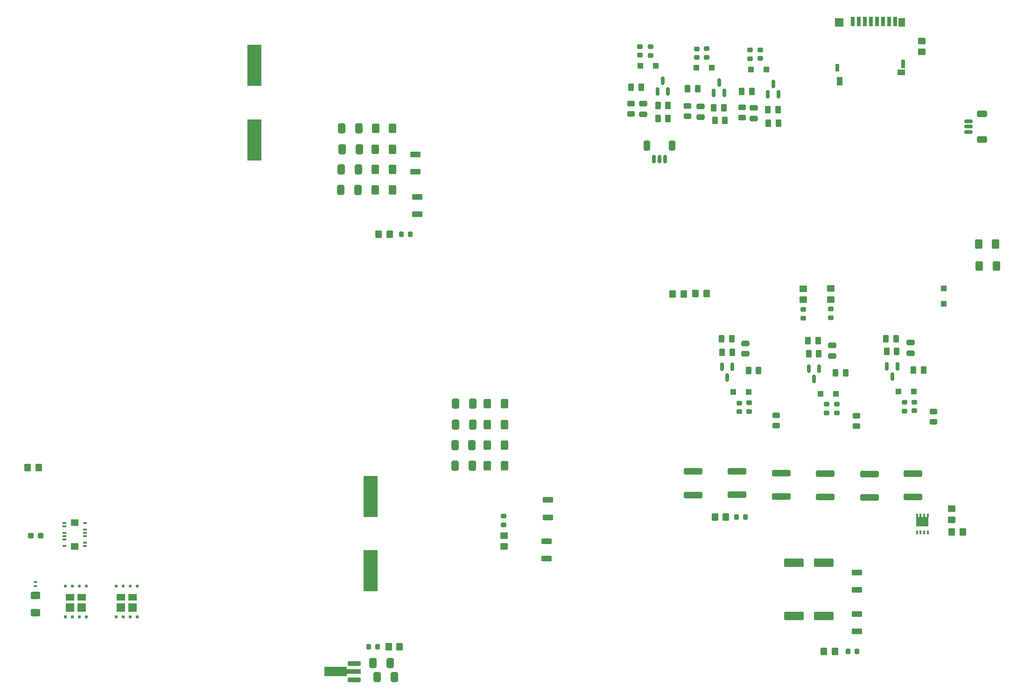
<source format=gbr>
%TF.GenerationSoftware,KiCad,Pcbnew,8.0.8-8.0.8-0~ubuntu22.04.1*%
%TF.CreationDate,2025-01-31T14:52:16-08:00*%
%TF.ProjectId,Backplane_Board,4261636b-706c-4616-9e65-5f426f617264,1*%
%TF.SameCoordinates,Original*%
%TF.FileFunction,Paste,Top*%
%TF.FilePolarity,Positive*%
%FSLAX46Y46*%
G04 Gerber Fmt 4.6, Leading zero omitted, Abs format (unit mm)*
G04 Created by KiCad (PCBNEW 8.0.8-8.0.8-0~ubuntu22.04.1) date 2025-01-31 14:52:16*
%MOMM*%
%LPD*%
G01*
G04 APERTURE LIST*
G04 Aperture macros list*
%AMRoundRect*
0 Rectangle with rounded corners*
0 $1 Rounding radius*
0 $2 $3 $4 $5 $6 $7 $8 $9 X,Y pos of 4 corners*
0 Add a 4 corners polygon primitive as box body*
4,1,4,$2,$3,$4,$5,$6,$7,$8,$9,$2,$3,0*
0 Add four circle primitives for the rounded corners*
1,1,$1+$1,$2,$3*
1,1,$1+$1,$4,$5*
1,1,$1+$1,$6,$7*
1,1,$1+$1,$8,$9*
0 Add four rect primitives between the rounded corners*
20,1,$1+$1,$2,$3,$4,$5,0*
20,1,$1+$1,$4,$5,$6,$7,0*
20,1,$1+$1,$6,$7,$8,$9,0*
20,1,$1+$1,$8,$9,$2,$3,0*%
%AMFreePoly0*
4,1,9,5.362500,-0.866500,1.237500,-0.866500,1.237500,-0.450000,-1.237500,-0.450000,-1.237500,0.450000,1.237500,0.450000,1.237500,0.866500,5.362500,0.866500,5.362500,-0.866500,5.362500,-0.866500,$1*%
G04 Aperture macros list end*
%ADD10RoundRect,0.250000X0.300000X0.300000X-0.300000X0.300000X-0.300000X-0.300000X0.300000X-0.300000X0*%
%ADD11RoundRect,0.250000X-0.350000X-0.450000X0.350000X-0.450000X0.350000X0.450000X-0.350000X0.450000X0*%
%ADD12RoundRect,0.218750X-0.256250X0.218750X-0.256250X-0.218750X0.256250X-0.218750X0.256250X0.218750X0*%
%ADD13R,1.570000X1.235000*%
%ADD14R,1.570000X1.585000*%
%ADD15R,0.490000X0.490000*%
%ADD16RoundRect,0.122500X-0.122500X0.122500X-0.122500X-0.122500X0.122500X-0.122500X0.122500X0.122500X0*%
%ADD17RoundRect,0.250000X0.350000X0.450000X-0.350000X0.450000X-0.350000X-0.450000X0.350000X-0.450000X0*%
%ADD18RoundRect,0.250000X-0.450000X0.350000X-0.450000X-0.350000X0.450000X-0.350000X0.450000X0.350000X0*%
%ADD19RoundRect,0.250000X-0.262500X-0.450000X0.262500X-0.450000X0.262500X0.450000X-0.262500X0.450000X0*%
%ADD20RoundRect,0.050000X-0.250000X0.100000X-0.250000X-0.100000X0.250000X-0.100000X0.250000X0.100000X0*%
%ADD21RoundRect,0.150000X0.150000X-0.587500X0.150000X0.587500X-0.150000X0.587500X-0.150000X-0.587500X0*%
%ADD22RoundRect,0.250000X0.475000X-0.250000X0.475000X0.250000X-0.475000X0.250000X-0.475000X-0.250000X0*%
%ADD23RoundRect,0.243750X-0.456250X0.243750X-0.456250X-0.243750X0.456250X-0.243750X0.456250X0.243750X0*%
%ADD24RoundRect,0.250000X-0.700000X0.275000X-0.700000X-0.275000X0.700000X-0.275000X0.700000X0.275000X0*%
%ADD25RoundRect,0.250000X1.450000X-0.312500X1.450000X0.312500X-1.450000X0.312500X-1.450000X-0.312500X0*%
%ADD26RoundRect,0.250000X-0.475000X0.250000X-0.475000X-0.250000X0.475000X-0.250000X0.475000X0.250000X0*%
%ADD27R,2.500000X7.500000*%
%ADD28RoundRect,0.150000X-0.150000X0.587500X-0.150000X-0.587500X0.150000X-0.587500X0.150000X0.587500X0*%
%ADD29RoundRect,0.218750X0.256250X-0.218750X0.256250X0.218750X-0.256250X0.218750X-0.256250X-0.218750X0*%
%ADD30RoundRect,0.250000X1.500000X0.550000X-1.500000X0.550000X-1.500000X-0.550000X1.500000X-0.550000X0*%
%ADD31RoundRect,0.250000X0.262500X0.450000X-0.262500X0.450000X-0.262500X-0.450000X0.262500X-0.450000X0*%
%ADD32RoundRect,0.250000X0.400000X0.625000X-0.400000X0.625000X-0.400000X-0.625000X0.400000X-0.625000X0*%
%ADD33RoundRect,0.218750X-0.218750X-0.256250X0.218750X-0.256250X0.218750X0.256250X-0.218750X0.256250X0*%
%ADD34RoundRect,0.250000X-0.412500X-0.650000X0.412500X-0.650000X0.412500X0.650000X-0.412500X0.650000X0*%
%ADD35RoundRect,0.218750X0.218750X0.256250X-0.218750X0.256250X-0.218750X-0.256250X0.218750X-0.256250X0*%
%ADD36RoundRect,0.225000X0.925000X0.225000X-0.925000X0.225000X-0.925000X-0.225000X0.925000X-0.225000X0*%
%ADD37FreePoly0,180.000000*%
%ADD38R,2.235000X1.725000*%
%ADD39R,0.355600X0.762000*%
%ADD40RoundRect,0.250000X0.450000X-0.350000X0.450000X0.350000X-0.450000X0.350000X-0.450000X-0.350000X0*%
%ADD41RoundRect,0.250000X-0.300000X0.300000X-0.300000X-0.300000X0.300000X-0.300000X0.300000X0.300000X0*%
%ADD42RoundRect,0.250000X0.700000X-0.275000X0.700000X0.275000X-0.700000X0.275000X-0.700000X-0.275000X0*%
%ADD43RoundRect,0.150000X-0.150000X-0.625000X0.150000X-0.625000X0.150000X0.625000X-0.150000X0.625000X0*%
%ADD44RoundRect,0.250000X-0.350000X-0.650000X0.350000X-0.650000X0.350000X0.650000X-0.350000X0.650000X0*%
%ADD45RoundRect,0.250000X-0.625000X0.400000X-0.625000X-0.400000X0.625000X-0.400000X0.625000X0.400000X0*%
%ADD46R,0.700000X1.750000*%
%ADD47R,1.450000X1.000000*%
%ADD48R,1.000000X1.550000*%
%ADD49R,0.800000X1.500000*%
%ADD50R,1.300000X1.500000*%
%ADD51R,1.500000X1.500000*%
%ADD52R,0.800000X1.400000*%
%ADD53RoundRect,0.150000X-0.625000X0.150000X-0.625000X-0.150000X0.625000X-0.150000X0.625000X0.150000X0*%
%ADD54RoundRect,0.250000X-0.650000X0.350000X-0.650000X-0.350000X0.650000X-0.350000X0.650000X0.350000X0*%
%ADD55RoundRect,0.250000X-0.300000X-0.300000X0.300000X-0.300000X0.300000X0.300000X-0.300000X0.300000X0*%
%ADD56RoundRect,0.237500X0.300000X0.237500X-0.300000X0.237500X-0.300000X-0.237500X0.300000X-0.237500X0*%
%ADD57R,0.711200X0.304800*%
%ADD58R,1.397000X1.193800*%
G04 APERTURE END LIST*
D10*
%TO.C,D24*%
X193625037Y-93750000D03*
X190825037Y-93750000D03*
%TD*%
D11*
%TO.C,R46*%
X200500000Y-119250000D03*
X202500000Y-119250000D03*
%TD*%
D12*
%TO.C,D19*%
X145841250Y-31193825D03*
X145841250Y-32768825D03*
%TD*%
D13*
%TO.C,Q1*%
X51905000Y-131052500D03*
X49715000Y-131052500D03*
D14*
X51905000Y-132962500D03*
X49715000Y-132962500D03*
D15*
X52715000Y-134650000D03*
X51445000Y-134650000D03*
X50175000Y-134650000D03*
X48905000Y-134650000D03*
D16*
X48905000Y-129050000D03*
X52715000Y-129050000D03*
X51445000Y-129050000D03*
X50175000Y-129050000D03*
%TD*%
D17*
%TO.C,R6*%
X98500000Y-65250000D03*
X96500000Y-65250000D03*
%TD*%
D18*
%TO.C,R13*%
X119275000Y-119900000D03*
X119275000Y-121900000D03*
%TD*%
D19*
%TO.C,R43*%
X174387500Y-84550000D03*
X176212500Y-84550000D03*
%TD*%
D20*
%TO.C,D1*%
X34290000Y-128322500D03*
X34290000Y-129022500D03*
%TD*%
D21*
%TO.C,Q4*%
X167127187Y-39824762D03*
X169027187Y-39824762D03*
X168077187Y-37949762D03*
%TD*%
D12*
%TO.C,D11*%
X163927187Y-31799762D03*
X163927187Y-33374762D03*
%TD*%
D22*
%TO.C,C24*%
X163069925Y-86925000D03*
X163069925Y-85025000D03*
%TD*%
D10*
%TO.C,D25*%
X179500000Y-94200000D03*
X176700000Y-94200000D03*
%TD*%
D23*
%TO.C,F9*%
X142291250Y-41493825D03*
X142291250Y-43368825D03*
%TD*%
D21*
%TO.C,Q5*%
X157312500Y-39537500D03*
X159212500Y-39537500D03*
X158262500Y-37662500D03*
%TD*%
D24*
%TO.C,R5*%
X103500000Y-58425000D03*
X103500000Y-61575000D03*
%TD*%
D25*
%TO.C,F5*%
X161500000Y-112462500D03*
X161500000Y-108187500D03*
%TD*%
D26*
%TO.C,C21*%
X164577187Y-42287262D03*
X164577187Y-44187262D03*
%TD*%
D27*
%TO.C,C1*%
X74000000Y-48075000D03*
X74000000Y-34575000D03*
%TD*%
D28*
%TO.C,Q8*%
X190625037Y-89175000D03*
X188725037Y-89175000D03*
X189675037Y-91050000D03*
%TD*%
D29*
%TO.C,D20*%
X163719925Y-97362500D03*
X163719925Y-95787500D03*
%TD*%
D30*
%TO.C,C19*%
X177225000Y-124850000D03*
X171825000Y-124850000D03*
%TD*%
D29*
%TO.C,D27*%
X191875037Y-97287500D03*
X191875037Y-95712500D03*
%TD*%
D31*
%TO.C,R33*%
X149003750Y-44231325D03*
X147178750Y-44231325D03*
%TD*%
D24*
%TO.C,R4*%
X103150000Y-50725000D03*
X103150000Y-53875000D03*
%TD*%
D26*
%TO.C,C23*%
X144491250Y-41531325D03*
X144491250Y-43431325D03*
%TD*%
D32*
%TO.C,R8*%
X99000000Y-49800000D03*
X95900000Y-49800000D03*
%TD*%
%TO.C,R9*%
X99000000Y-53450000D03*
X95900000Y-53450000D03*
%TD*%
D33*
%TO.C,D7*%
X161462500Y-116500000D03*
X163037500Y-116500000D03*
%TD*%
D23*
%TO.C,F7*%
X162477187Y-42199762D03*
X162477187Y-44074762D03*
%TD*%
D32*
%TO.C,R10*%
X99000000Y-57150000D03*
X95900000Y-57150000D03*
%TD*%
D18*
%TO.C,R52*%
X178550000Y-75050000D03*
X178550000Y-77050000D03*
%TD*%
D32*
%TO.C,R21*%
X208435000Y-67000000D03*
X205335000Y-67000000D03*
%TD*%
D29*
%TO.C,D22*%
X193725037Y-97237500D03*
X193725037Y-95662500D03*
%TD*%
D34*
%TO.C,C18*%
X110387500Y-107225000D03*
X113512500Y-107225000D03*
%TD*%
D28*
%TO.C,Q9*%
X176450000Y-89575000D03*
X174550000Y-89575000D03*
X175500000Y-91450000D03*
%TD*%
D22*
%TO.C,C25*%
X192975037Y-86800000D03*
X192975037Y-84900000D03*
%TD*%
D31*
%TO.C,R32*%
X159350000Y-44600000D03*
X157525000Y-44600000D03*
%TD*%
D19*
%TO.C,R42*%
X188562537Y-84150000D03*
X190387537Y-84150000D03*
%TD*%
D31*
%TO.C,R41*%
X160632425Y-86625000D03*
X158807425Y-86625000D03*
%TD*%
D19*
%TO.C,R35*%
X157312500Y-42250000D03*
X159137500Y-42250000D03*
%TD*%
D25*
%TO.C,F4*%
X153575000Y-112537500D03*
X153575000Y-108262500D03*
%TD*%
D35*
%TO.C,D2*%
X96324300Y-140050000D03*
X94749300Y-140050000D03*
%TD*%
D12*
%TO.C,D12*%
X154225000Y-31562500D03*
X154225000Y-33137500D03*
%TD*%
D29*
%TO.C,D30*%
X173525000Y-80437500D03*
X173525000Y-78862500D03*
%TD*%
D17*
%TO.C,R48*%
X151850000Y-76025000D03*
X149850000Y-76025000D03*
%TD*%
D23*
%TO.C,F10*%
X168600000Y-98087500D03*
X168600000Y-99962500D03*
%TD*%
D25*
%TO.C,F2*%
X185525000Y-113000000D03*
X185525000Y-108725000D03*
%TD*%
D36*
%TO.C,U1*%
X92125000Y-146075000D03*
D37*
X92037500Y-144575000D03*
D36*
X92125000Y-143075000D03*
%TD*%
D23*
%TO.C,F12*%
X183192575Y-98125000D03*
X183192575Y-100000000D03*
%TD*%
D25*
%TO.C,F1*%
X193450000Y-112887500D03*
X193450000Y-108612500D03*
%TD*%
D34*
%TO.C,C9*%
X89787500Y-46000000D03*
X92912500Y-46000000D03*
%TD*%
D33*
%TO.C,D3*%
X100675000Y-65250000D03*
X102250000Y-65250000D03*
%TD*%
D19*
%TO.C,R38*%
X193525037Y-89850000D03*
X195350037Y-89850000D03*
%TD*%
%TO.C,R34*%
X167114687Y-42587262D03*
X168939687Y-42587262D03*
%TD*%
D29*
%TO.C,D28*%
X177750000Y-97637500D03*
X177750000Y-96062500D03*
%TD*%
D21*
%TO.C,Q6*%
X147091250Y-39268825D03*
X148991250Y-39268825D03*
X148041250Y-37393825D03*
%TD*%
D11*
%TO.C,R3*%
X32850000Y-107525000D03*
X34850000Y-107525000D03*
%TD*%
D38*
%TO.C,Q3*%
X195157600Y-117372800D03*
D39*
X194168800Y-116277000D03*
X194829200Y-116277000D03*
X195489600Y-116277000D03*
X196150000Y-116277000D03*
X196150000Y-119325000D03*
X194168800Y-119325000D03*
X194829200Y-119325000D03*
X195489600Y-119325000D03*
%TD*%
D40*
%TO.C,R51*%
X195025000Y-32125000D03*
X195025000Y-30125000D03*
%TD*%
D32*
%TO.C,R14*%
X119350000Y-95975000D03*
X116250000Y-95975000D03*
%TD*%
D41*
%TO.C,D6*%
X199000000Y-75000000D03*
X199000000Y-77800000D03*
%TD*%
D32*
%TO.C,R15*%
X119350000Y-99725000D03*
X116250000Y-99725000D03*
%TD*%
D22*
%TO.C,C26*%
X178750000Y-87300000D03*
X178750000Y-85400000D03*
%TD*%
D12*
%TO.C,D17*%
X165777187Y-31749762D03*
X165777187Y-33324762D03*
%TD*%
D17*
%TO.C,R47*%
X156000000Y-76000000D03*
X154000000Y-76000000D03*
%TD*%
D10*
%TO.C,D21*%
X163669925Y-93875000D03*
X160869925Y-93875000D03*
%TD*%
D31*
%TO.C,R44*%
X190487537Y-86450000D03*
X188662537Y-86450000D03*
%TD*%
%TO.C,R45*%
X176350000Y-86900000D03*
X174525000Y-86900000D03*
%TD*%
D42*
%TO.C,R18*%
X183275000Y-137275000D03*
X183275000Y-134125000D03*
%TD*%
D28*
%TO.C,Q7*%
X160669925Y-89300000D03*
X158769925Y-89300000D03*
X159719925Y-91175000D03*
%TD*%
D25*
%TO.C,F6*%
X169525000Y-112812500D03*
X169525000Y-108537500D03*
%TD*%
D34*
%TO.C,C12*%
X89637500Y-57200000D03*
X92762500Y-57200000D03*
%TD*%
D19*
%TO.C,R39*%
X179400000Y-90400000D03*
X181225000Y-90400000D03*
%TD*%
%TO.C,R37*%
X163607425Y-89925000D03*
X165432425Y-89925000D03*
%TD*%
D29*
%TO.C,D4*%
X119145000Y-117945000D03*
X119145000Y-116370000D03*
%TD*%
D18*
%TO.C,R50*%
X173500000Y-75100000D03*
X173500000Y-77100000D03*
%TD*%
D34*
%TO.C,C11*%
X89725000Y-53450000D03*
X92850000Y-53450000D03*
%TD*%
D43*
%TO.C,J33*%
X146450000Y-51615000D03*
X147450000Y-51615000D03*
X148450000Y-51615000D03*
D44*
X145150000Y-49090000D03*
X149750000Y-49090000D03*
%TD*%
D34*
%TO.C,C4*%
X95449300Y-143000000D03*
X98574300Y-143000000D03*
%TD*%
D40*
%TO.C,R23*%
X200500000Y-117000000D03*
X200500000Y-115000000D03*
%TD*%
D31*
%TO.C,R29*%
X154387500Y-38800000D03*
X152562500Y-38800000D03*
%TD*%
D45*
%TO.C,R1*%
X34290000Y-130772500D03*
X34290000Y-133872500D03*
%TD*%
D31*
%TO.C,R30*%
X144141250Y-38581325D03*
X142316250Y-38581325D03*
%TD*%
D32*
%TO.C,R22*%
X208550000Y-71000000D03*
X205450000Y-71000000D03*
%TD*%
D27*
%TO.C,C2*%
X95050000Y-126275000D03*
X95050000Y-112775000D03*
%TD*%
D31*
%TO.C,R31*%
X169027187Y-45087262D03*
X167202187Y-45087262D03*
%TD*%
D34*
%TO.C,C3*%
X96261800Y-145575000D03*
X99386800Y-145575000D03*
%TD*%
D46*
%TO.C,J44*%
X182525000Y-26625000D03*
X183625000Y-26625000D03*
X184725000Y-26625000D03*
X185825000Y-26625000D03*
X186925000Y-26625000D03*
X188025000Y-26625000D03*
X189125000Y-26625000D03*
X190225000Y-26625000D03*
D47*
X191350000Y-35850000D03*
D48*
X180125000Y-37425000D03*
D49*
X191675000Y-34350000D03*
D50*
X191425000Y-26750000D03*
D51*
X180075000Y-26750000D03*
D52*
X179725000Y-35000000D03*
%TD*%
D34*
%TO.C,C16*%
X110437500Y-99725000D03*
X113562500Y-99725000D03*
%TD*%
D32*
%TO.C,R17*%
X119350000Y-107225000D03*
X116250000Y-107225000D03*
%TD*%
D53*
%TO.C,J30*%
X203475000Y-44700000D03*
X203475000Y-45700000D03*
X203475000Y-46700000D03*
D54*
X206000000Y-43400000D03*
X206000000Y-48000000D03*
%TD*%
D55*
%TO.C,D16*%
X143991250Y-34631325D03*
X146791250Y-34631325D03*
%TD*%
D32*
%TO.C,R16*%
X119350000Y-103525000D03*
X116250000Y-103525000D03*
%TD*%
D17*
%TO.C,R20*%
X179275000Y-140950000D03*
X177275000Y-140950000D03*
%TD*%
D12*
%TO.C,D13*%
X143891250Y-31143825D03*
X143891250Y-32718825D03*
%TD*%
D42*
%TO.C,R19*%
X183275000Y-129775000D03*
X183275000Y-126625000D03*
%TD*%
D31*
%TO.C,R28*%
X164227187Y-39287262D03*
X162402187Y-39287262D03*
%TD*%
D33*
%TO.C,D5*%
X181700000Y-140950000D03*
X183275000Y-140950000D03*
%TD*%
D34*
%TO.C,C10*%
X89875000Y-49800000D03*
X93000000Y-49800000D03*
%TD*%
D24*
%TO.C,R11*%
X127250000Y-113425000D03*
X127250000Y-116575000D03*
%TD*%
D23*
%TO.C,F8*%
X152525000Y-41912500D03*
X152525000Y-43787500D03*
%TD*%
D17*
%TO.C,R24*%
X159500000Y-116500000D03*
X157500000Y-116500000D03*
%TD*%
D32*
%TO.C,R7*%
X99050000Y-46000000D03*
X95950000Y-46000000D03*
%TD*%
D24*
%TO.C,R12*%
X127000000Y-120925000D03*
X127000000Y-124075000D03*
%TD*%
D56*
%TO.C,C5*%
X35162500Y-119900000D03*
X33437500Y-119900000D03*
%TD*%
D29*
%TO.C,D31*%
X178550000Y-80362500D03*
X178550000Y-78787500D03*
%TD*%
D26*
%TO.C,C22*%
X154875000Y-42050000D03*
X154875000Y-43950000D03*
%TD*%
D19*
%TO.C,R40*%
X158744925Y-84175000D03*
X160569925Y-84175000D03*
%TD*%
D25*
%TO.C,F3*%
X177525000Y-112887500D03*
X177525000Y-108612500D03*
%TD*%
D34*
%TO.C,C15*%
X110487500Y-95975000D03*
X113612500Y-95975000D03*
%TD*%
D30*
%TO.C,C20*%
X177275000Y-134450000D03*
X171875000Y-134450000D03*
%TD*%
D19*
%TO.C,R36*%
X147191250Y-41881325D03*
X149016250Y-41881325D03*
%TD*%
D29*
%TO.C,D26*%
X161919925Y-97412500D03*
X161919925Y-95837500D03*
%TD*%
D57*
%TO.C,U2*%
X43250000Y-121800001D03*
X43250000Y-121200000D03*
X43250000Y-120000000D03*
X43250000Y-119400000D03*
X43250000Y-118800000D03*
X43250000Y-117599999D03*
D58*
X41400001Y-117549999D03*
D57*
X39550002Y-117599999D03*
X39550002Y-118200000D03*
X39550000Y-119400000D03*
X39550000Y-120000000D03*
X39550002Y-120600000D03*
X39550002Y-121800001D03*
D58*
X41400001Y-121850001D03*
%TD*%
D13*
%TO.C,Q2*%
X42680000Y-131052500D03*
X40490000Y-131052500D03*
D14*
X42680000Y-132962500D03*
X40490000Y-132962500D03*
D15*
X43490000Y-134650000D03*
X42220000Y-134650000D03*
X40950000Y-134650000D03*
X39680000Y-134650000D03*
D16*
X39680000Y-129050000D03*
X43490000Y-129050000D03*
X42220000Y-129050000D03*
X40950000Y-129050000D03*
%TD*%
D23*
%TO.C,F11*%
X197142650Y-97375000D03*
X197142650Y-99250000D03*
%TD*%
D12*
%TO.C,D18*%
X156025000Y-31550000D03*
X156025000Y-33125000D03*
%TD*%
D11*
%TO.C,R2*%
X98324300Y-140050000D03*
X100324300Y-140050000D03*
%TD*%
D29*
%TO.C,D23*%
X179600000Y-97637500D03*
X179600000Y-96062500D03*
%TD*%
D55*
%TO.C,D15*%
X154175000Y-35000000D03*
X156975000Y-35000000D03*
%TD*%
D34*
%TO.C,C17*%
X110337500Y-103525000D03*
X113462500Y-103525000D03*
%TD*%
D55*
%TO.C,D14*%
X164027187Y-35337262D03*
X166827187Y-35337262D03*
%TD*%
M02*

</source>
